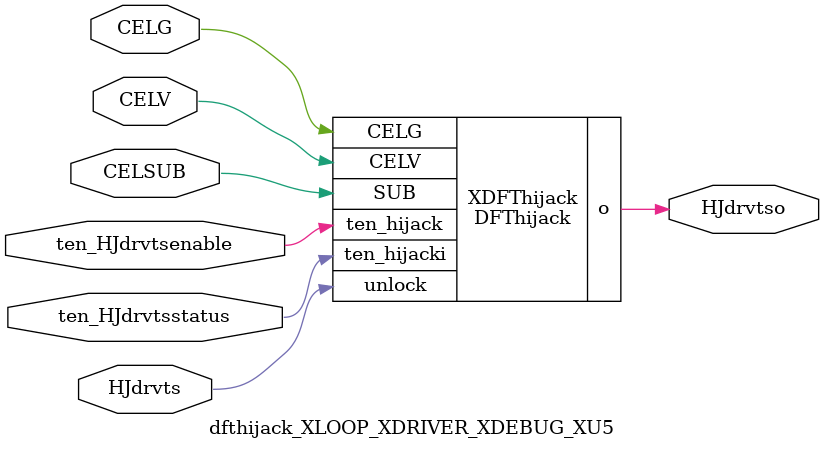
<source format=v>


module DFThijack ( o, CELG, CELV, SUB, ten_hijack, ten_hijacki, unlock );

  input CELV;
  input ten_hijack;
  input ten_hijacki;
  input unlock;
  output o;
  input SUB;
  input CELG;
endmodule


module dfthijack_XLOOP_XDRIVER_XDEBUG_XU5 (HJdrvtso,CELG,CELV,CELSUB,ten_HJdrvtsenable,ten_HJdrvtsstatus,HJdrvts);
output  HJdrvtso;
input  CELG;
input  CELV;
input  CELSUB;
input  ten_HJdrvtsenable;
input  ten_HJdrvtsstatus;
input  HJdrvts;

DFThijack XDFThijack(
  .o (HJdrvtso),
  .CELG (CELG),
  .CELV (CELV),
  .SUB (CELSUB),
  .ten_hijack (ten_HJdrvtsenable),
  .ten_hijacki (ten_HJdrvtsstatus),
  .unlock (HJdrvts)
);

endmodule


</source>
